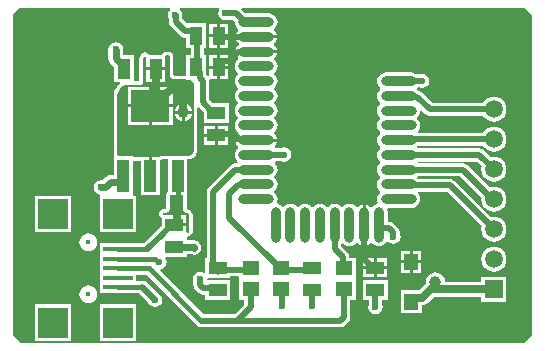
<source format=gtl>
G04*
G04 #@! TF.GenerationSoftware,Altium Limited,Altium Designer,21.0.9 (235)*
G04*
G04 Layer_Physical_Order=1*
G04 Layer_Color=255*
%FSLAX25Y25*%
%MOIN*%
G70*
G04*
G04 #@! TF.SameCoordinates,28F69A72-3BD6-4D5A-B4D2-E5632D31EE07*
G04*
G04*
G04 #@! TF.FilePolarity,Positive*
G04*
G01*
G75*
%ADD14O,0.11811X0.03347*%
%ADD15O,0.03347X0.11811*%
%ADD16R,0.03937X0.10630*%
%ADD17R,0.12992X0.10630*%
%ADD18R,0.04331X0.06693*%
%ADD19R,0.09843X0.01772*%
%ADD20R,0.09843X0.09843*%
%ADD21R,0.05512X0.04724*%
%ADD22R,0.05906X0.04331*%
%ADD23R,0.04331X0.05906*%
%ADD24R,0.04724X0.05315*%
%ADD41C,0.01772*%
%ADD42C,0.01968*%
%ADD43C,0.00000*%
%ADD44C,0.02362*%
%ADD45C,0.02756*%
%ADD46C,0.01772*%
%ADD47C,0.05906*%
%ADD48R,0.05906X0.05906*%
%ADD49C,0.02362*%
%ADD50C,0.03937*%
G36*
X256786Y210790D02*
Y104419D01*
X254081Y101714D01*
X86210D01*
X83714Y104210D01*
Y211290D01*
X85710Y213286D01*
X136013D01*
X136165Y212786D01*
X136041Y212703D01*
X135519Y211922D01*
X135336Y211000D01*
X135519Y210078D01*
X135687Y209827D01*
Y208721D01*
X135855Y207876D01*
X136334Y207160D01*
X139448Y204045D01*
X140164Y203567D01*
X141009Y203399D01*
X141413D01*
Y199866D01*
X142946D01*
Y197634D01*
X141413D01*
Y190704D01*
X137559D01*
X137503Y190710D01*
X137349Y190774D01*
X137274Y190849D01*
X137210Y191003D01*
X137204Y191059D01*
Y197099D01*
X137113Y197560D01*
X137113Y197560D01*
X137113Y197560D01*
X137036Y197744D01*
X136932Y197901D01*
X136775Y198135D01*
X136635Y198275D01*
X136425Y198416D01*
X136244Y198536D01*
X136060Y198613D01*
X136060Y198613D01*
X136060Y198613D01*
X135850Y198654D01*
X135600Y198704D01*
X135600Y198704D01*
X135600Y198704D01*
X134917D01*
X134718Y198665D01*
X134517Y198636D01*
X134081Y198482D01*
X134052Y198466D01*
X134019Y198459D01*
X133851Y198346D01*
X133676Y198243D01*
X133656Y198216D01*
X133629Y198198D01*
X133516Y198029D01*
X133394Y197867D01*
X133386Y197835D01*
X133368Y197807D01*
X133328Y197608D01*
X133308Y197528D01*
X129184D01*
X129152Y197605D01*
X129067Y197690D01*
X129001Y197789D01*
X128903Y197854D01*
X128820Y197938D01*
X128321Y198272D01*
X128215Y198316D01*
X128119Y198381D01*
X128113Y198382D01*
X128110Y198383D01*
X127998Y198406D01*
X127887Y198452D01*
X127772Y198452D01*
X127658Y198475D01*
X127656Y198475D01*
X127653Y198475D01*
X127650Y198475D01*
X127534Y198452D01*
X127418Y198452D01*
X127312Y198409D01*
X127195Y198386D01*
X127192Y198384D01*
X127189Y198383D01*
X127088Y198316D01*
X126983Y198273D01*
X126905Y198195D01*
X126803Y198127D01*
X126801Y198124D01*
X126798Y198123D01*
X126377Y197701D01*
X126116Y197310D01*
X125887Y196759D01*
X125796Y196298D01*
Y188911D01*
X124031D01*
Y197528D01*
X120296D01*
Y198935D01*
X120408Y199500D01*
X120225Y200422D01*
X119703Y201203D01*
X118922Y201725D01*
X118000Y201908D01*
X117078Y201725D01*
X116297Y201203D01*
X115775Y200422D01*
X115761Y200349D01*
X115663Y200203D01*
X115479Y199281D01*
Y196515D01*
X115663Y195594D01*
X116185Y194812D01*
X117338Y193659D01*
X117339Y193659D01*
Y188472D01*
X119220D01*
X119372Y187972D01*
X119206Y187862D01*
X119122Y187778D01*
X119024Y187712D01*
X118495Y187184D01*
X118429Y187085D01*
X118345Y187001D01*
X117930Y186380D01*
X117885Y186270D01*
X117819Y186172D01*
X117533Y185481D01*
X117510Y185365D01*
X117465Y185256D01*
X117319Y184523D01*
Y184404D01*
X117296Y184288D01*
Y183914D01*
Y164702D01*
X117359Y164382D01*
X117295Y163882D01*
X117295D01*
Y157725D01*
X116317D01*
X115395Y157542D01*
X114614Y157020D01*
X113502Y155909D01*
X113000D01*
X112078Y155725D01*
X111297Y155203D01*
X110775Y154422D01*
X110591Y153500D01*
X110775Y152578D01*
X111297Y151797D01*
X112078Y151275D01*
X112459Y151199D01*
X112587Y150752D01*
X112587Y150664D01*
Y138547D01*
X124791D01*
Y150752D01*
X124037D01*
X123594Y150890D01*
X123594Y151252D01*
Y162296D01*
X126350D01*
Y150890D01*
X132650D01*
Y162533D01*
X132651Y162533D01*
X132836Y162554D01*
X132880Y162578D01*
X132929Y162588D01*
X133084Y162692D01*
X133247Y162782D01*
X133263Y162796D01*
X135406D01*
Y152094D01*
X135149Y151922D01*
X134887Y151532D01*
X134796Y151071D01*
Y146559D01*
X134790Y146503D01*
X134726Y146349D01*
X134651Y146274D01*
X134497Y146210D01*
X134441Y146204D01*
X134202D01*
X133741Y146113D01*
X133189Y145884D01*
X132799Y145623D01*
X132779Y145604D01*
X132518Y145213D01*
X132476Y145003D01*
X132426Y144752D01*
X132518Y144291D01*
X132725Y143791D01*
X132986Y143400D01*
X133366Y143147D01*
Y140775D01*
X132089Y139498D01*
X132089Y139498D01*
X127498Y134907D01*
X118689D01*
X118485Y134866D01*
X112587D01*
Y130732D01*
Y127583D01*
Y124433D01*
Y121283D01*
Y118134D01*
X118485D01*
X118689Y118093D01*
X125784D01*
X128769Y115109D01*
X128775Y115078D01*
X129297Y114297D01*
X130078Y113775D01*
X131000Y113592D01*
X131922Y113775D01*
X132703Y114297D01*
X133225Y115078D01*
X133408Y116000D01*
X133225Y116922D01*
X132703Y117703D01*
X131922Y118225D01*
X131891Y118231D01*
X128360Y121762D01*
X127644Y122240D01*
X126799Y122409D01*
X126295Y122308D01*
X124791D01*
Y124393D01*
X128127D01*
X144653Y107867D01*
X144939Y107439D01*
X145655Y106960D01*
X146500Y106792D01*
X192847D01*
X193692Y106960D01*
X194408Y107439D01*
X195561Y108592D01*
X196040Y109308D01*
X196208Y110153D01*
Y115913D01*
X197937D01*
Y122500D01*
X197937Y123000D01*
X197937D01*
Y123000D01*
X197937D01*
Y130087D01*
X195817D01*
Y130205D01*
X195649Y131050D01*
X195171Y131766D01*
X193168Y133769D01*
Y134664D01*
X193627Y134830D01*
X193671D01*
X193846Y134602D01*
X194442Y134145D01*
X195137Y133857D01*
X195882Y133759D01*
X196627Y133857D01*
X197321Y134145D01*
X197918Y134602D01*
X198142Y134894D01*
X198772D01*
X198897Y134731D01*
X199455Y134303D01*
X200105Y134033D01*
X200303Y134007D01*
Y140870D01*
Y147733D01*
X200105Y147707D01*
X199455Y147437D01*
X198897Y147009D01*
X198772Y146846D01*
X198142D01*
X197918Y147138D01*
X197321Y147596D01*
X196627Y147883D01*
X195882Y147981D01*
X195137Y147883D01*
X194442Y147596D01*
X193846Y147138D01*
X193671Y146910D01*
X193171D01*
X192996Y147138D01*
X192400Y147596D01*
X191706Y147883D01*
X190961Y147981D01*
X190216Y147883D01*
X189521Y147596D01*
X188925Y147138D01*
X188750Y146910D01*
X188250D01*
X188075Y147138D01*
X187479Y147596D01*
X186785Y147883D01*
X186039Y147981D01*
X185294Y147883D01*
X184600Y147596D01*
X184004Y147138D01*
X183829Y146910D01*
X183329D01*
X183154Y147138D01*
X182558Y147596D01*
X181863Y147883D01*
X181118Y147981D01*
X180373Y147883D01*
X179679Y147596D01*
X179082Y147138D01*
X178908Y146910D01*
X178408D01*
X178233Y147138D01*
X177636Y147596D01*
X176942Y147883D01*
X176197Y147981D01*
X175452Y147883D01*
X174757Y147596D01*
X174161Y147138D01*
X173986Y146910D01*
X173486D01*
X173311Y147138D01*
X172715Y147596D01*
X172021Y147883D01*
X171958Y147891D01*
X171648Y148437D01*
X171793Y148786D01*
X171891Y149531D01*
X171793Y150277D01*
X171505Y150971D01*
X171047Y151567D01*
X170820Y151742D01*
Y152242D01*
X171047Y152417D01*
X171505Y153013D01*
X171793Y153708D01*
X171891Y154453D01*
X171793Y155198D01*
X171505Y155892D01*
X171047Y156489D01*
X170820Y156663D01*
Y157163D01*
X171047Y157338D01*
X171505Y157934D01*
X171793Y158629D01*
X171891Y159374D01*
X171793Y160119D01*
X171505Y160813D01*
X171047Y161410D01*
X171075Y161995D01*
X171276Y162190D01*
X173155D01*
X173181Y162172D01*
X174102Y161989D01*
X175024Y162172D01*
X175805Y162695D01*
X176328Y163476D01*
X176511Y164398D01*
X176328Y165319D01*
X175805Y166101D01*
X175024Y166623D01*
X174102Y166806D01*
X173181Y166623D01*
X173155Y166605D01*
X171117D01*
X170986Y166769D01*
X170918Y167310D01*
X171347Y167868D01*
X171616Y168519D01*
X171642Y168717D01*
X157917D01*
X157943Y168519D01*
X158212Y167868D01*
X158641Y167310D01*
X158803Y167185D01*
Y166555D01*
X158511Y166331D01*
X158054Y165735D01*
X157766Y165040D01*
X157668Y164295D01*
X157766Y163550D01*
X158054Y162856D01*
X158511Y162259D01*
X158739Y162085D01*
Y162041D01*
X158573Y161582D01*
X157874D01*
X157029Y161414D01*
X156313Y160935D01*
X148939Y153561D01*
X148460Y152845D01*
X148292Y152000D01*
Y130087D01*
X147814D01*
Y125231D01*
X147314Y124963D01*
X146922Y125225D01*
X146000Y125408D01*
X145078Y125225D01*
X144297Y124703D01*
X143775Y123922D01*
X143591Y123000D01*
X143775Y122078D01*
X143792Y122052D01*
Y120950D01*
X143960Y120105D01*
X144439Y119389D01*
X145592Y118236D01*
X146308Y117757D01*
X147153Y117589D01*
X147814D01*
Y115913D01*
X156081D01*
Y122606D01*
X148724D01*
X148407Y122993D01*
X148408Y123000D01*
X148407Y123007D01*
X148724Y123394D01*
X150958D01*
X151103Y123297D01*
X151947Y123129D01*
X152792Y123297D01*
X152937Y123394D01*
X156081D01*
Y123836D01*
X158709D01*
X159063Y123482D01*
X159063Y123000D01*
X159063D01*
Y123000D01*
X159063D01*
Y115913D01*
X160792D01*
Y114415D01*
X157586Y111208D01*
X147273D01*
X132833Y125648D01*
X132997Y126190D01*
X133422Y126275D01*
X134203Y126797D01*
X134725Y127578D01*
X134908Y128500D01*
X134725Y129422D01*
X134499Y129760D01*
X134766Y130260D01*
X141634D01*
Y131091D01*
X143434D01*
X144140Y130951D01*
X145062Y131134D01*
X145844Y131657D01*
X146366Y132438D01*
X146549Y133360D01*
X146366Y134281D01*
X145844Y135063D01*
X145703Y135203D01*
X144922Y135725D01*
X144000Y135908D01*
X141634D01*
Y136672D01*
X141652Y136730D01*
X141834Y136970D01*
X142058Y137137D01*
X142084Y137134D01*
X142246Y137186D01*
X142414Y137219D01*
X142469Y137256D01*
X142532Y137276D01*
X142663Y137385D01*
X142804Y137480D01*
X143123Y137799D01*
X143384Y138189D01*
X143613Y138741D01*
X143704Y139202D01*
Y144199D01*
X143613Y144660D01*
X143460Y145027D01*
X143199Y145418D01*
X142918Y145699D01*
X142674Y145862D01*
X142527Y145960D01*
X142160Y146113D01*
X141704Y146203D01*
Y150890D01*
X141705D01*
Y162796D01*
X142398D01*
X142859Y162887D01*
X143594Y163192D01*
X143984Y163453D01*
X144547Y164016D01*
X144703Y164250D01*
X144808Y164406D01*
X145113Y165141D01*
X145204Y165602D01*
Y179919D01*
X145704Y180126D01*
X147366Y178464D01*
Y174894D01*
X155634D01*
Y181587D01*
X150488D01*
X149208Y182867D01*
Y189000D01*
X149176Y189161D01*
X149493Y189547D01*
X151740D01*
Y193000D01*
X149075D01*
Y190692D01*
X148575Y190541D01*
X148561Y190561D01*
X148149Y190973D01*
Y192032D01*
X148106Y192245D01*
Y197634D01*
X147361D01*
Y199866D01*
X148106D01*
Y208134D01*
X141604D01*
X140103Y209635D01*
Y210748D01*
X140153Y211000D01*
X139969Y211922D01*
X139447Y212703D01*
X139323Y212786D01*
X139475Y213286D01*
X152251D01*
X152518Y212786D01*
X152275Y212422D01*
X152092Y211500D01*
X152275Y210578D01*
X152797Y209797D01*
X153578Y209275D01*
X154500Y209091D01*
X155422Y209275D01*
X155448Y209292D01*
X157086D01*
X157683Y208695D01*
X157668Y208587D01*
X157766Y207841D01*
X158054Y207147D01*
X158511Y206551D01*
X158803Y206327D01*
Y205697D01*
X158641Y205572D01*
X158212Y205013D01*
X157943Y204363D01*
X157917Y204165D01*
X171642D01*
X171616Y204363D01*
X171347Y205013D01*
X170918Y205572D01*
X170756Y205697D01*
Y206327D01*
X171047Y206551D01*
X171505Y207147D01*
X171793Y207841D01*
X171891Y208587D01*
X171793Y209332D01*
X171505Y210026D01*
X171047Y210622D01*
X170451Y211080D01*
X169757Y211368D01*
X169012Y211466D01*
X161157D01*
X159836Y212786D01*
X160043Y213286D01*
X254290D01*
X256786Y210790D01*
D02*
G37*
G36*
X135783Y197424D02*
X135924Y197283D01*
X136000Y197099D01*
Y191000D01*
X136029Y190707D01*
X136253Y190167D01*
X136667Y189753D01*
X137207Y189529D01*
X137500Y189500D01*
X141413D01*
Y189366D01*
X142721D01*
X143133Y189196D01*
X143695Y188633D01*
X144000Y187898D01*
Y187500D01*
Y166000D01*
Y165602D01*
X143695Y164867D01*
X143133Y164304D01*
X142398Y164000D01*
X133000D01*
X132902Y163990D01*
X132722Y163916D01*
X132468Y163701D01*
X130000D01*
Y157386D01*
X129000D01*
Y163701D01*
X126532D01*
Y163500D01*
X123594D01*
Y163882D01*
X118997D01*
X118728Y164150D01*
X118500Y164702D01*
Y183914D01*
Y184288D01*
X118646Y185021D01*
X118932Y185711D01*
X119347Y186332D01*
X119875Y186860D01*
X120496Y187275D01*
X121186Y187561D01*
X121919Y187707D01*
X126207D01*
X126362Y187722D01*
X126648Y187841D01*
X126866Y188059D01*
X126985Y188345D01*
X127000Y188500D01*
Y196298D01*
X127228Y196850D01*
X127650Y197271D01*
X127651Y197271D01*
X128150Y196937D01*
Y193500D01*
X131315D01*
X134480D01*
Y197000D01*
X134480Y197346D01*
X134917Y197500D01*
X135600D01*
X135783Y197424D01*
D02*
G37*
G36*
X139055Y151071D02*
X140500D01*
Y146000D01*
X140519Y145805D01*
X140668Y145444D01*
X140944Y145168D01*
X141305Y145019D01*
X141500Y145000D01*
X141699D01*
X142067Y144848D01*
X142348Y144567D01*
X142500Y144199D01*
Y139202D01*
X142272Y138650D01*
X141953Y138331D01*
X141496Y138464D01*
X141453Y138494D01*
Y140587D01*
X137500D01*
Y141087D01*
X137000D01*
Y144252D01*
X133838D01*
X133631Y144752D01*
X133650Y144772D01*
X134202Y145000D01*
X134500D01*
X134793Y145029D01*
X135333Y145253D01*
X135747Y145667D01*
X135971Y146207D01*
X136000Y146500D01*
Y151071D01*
X138055D01*
Y157386D01*
X139055D01*
Y151071D01*
D02*
G37*
%LPC*%
G36*
X155405Y207953D02*
X152740D01*
Y204500D01*
X155405D01*
Y207953D01*
D02*
G37*
G36*
X151740D02*
X149075D01*
Y204500D01*
X151740D01*
Y207953D01*
D02*
G37*
G36*
X155405Y203500D02*
X152740D01*
Y200047D01*
X155405D01*
Y203500D01*
D02*
G37*
G36*
X151740D02*
X149075D01*
Y200047D01*
X151740D01*
Y203500D01*
D02*
G37*
G36*
X171642Y203165D02*
X157917D01*
X157943Y202968D01*
X158212Y202317D01*
X158641Y201759D01*
X158972Y201505D01*
X158980Y201490D01*
Y200920D01*
X158972Y200905D01*
X158641Y200651D01*
X158212Y200092D01*
X157943Y199442D01*
X157917Y199244D01*
X171642D01*
X171616Y199442D01*
X171347Y200092D01*
X170918Y200651D01*
X170588Y200905D01*
X170579Y200920D01*
Y201490D01*
X170588Y201505D01*
X170918Y201759D01*
X171347Y202317D01*
X171616Y202968D01*
X171642Y203165D01*
D02*
G37*
G36*
X155405Y197453D02*
X152740D01*
Y194000D01*
X155405D01*
Y197453D01*
D02*
G37*
G36*
X151740D02*
X149075D01*
Y194000D01*
X151740D01*
Y197453D01*
D02*
G37*
G36*
X155405Y193000D02*
X152740D01*
Y189547D01*
X155405D01*
Y193000D01*
D02*
G37*
G36*
X216453Y191780D02*
X207988D01*
X207243Y191682D01*
X206549Y191395D01*
X205953Y190937D01*
X205495Y190341D01*
X205207Y189647D01*
X205109Y188902D01*
X205207Y188156D01*
X205495Y187462D01*
X205953Y186866D01*
X206180Y186691D01*
Y186191D01*
X205953Y186016D01*
X205495Y185420D01*
X205207Y184725D01*
X205109Y183980D01*
X205207Y183235D01*
X205495Y182541D01*
X205953Y181945D01*
X206180Y181770D01*
Y181270D01*
X205953Y181095D01*
X205495Y180499D01*
X205207Y179804D01*
X205109Y179059D01*
X205207Y178314D01*
X205495Y177620D01*
X205953Y177023D01*
X206180Y176848D01*
Y176348D01*
X205953Y176173D01*
X205495Y175577D01*
X205207Y174883D01*
X205109Y174138D01*
X205207Y173393D01*
X205495Y172698D01*
X205953Y172102D01*
X206180Y171927D01*
Y171427D01*
X205953Y171252D01*
X205495Y170656D01*
X205207Y169962D01*
X205109Y169217D01*
X205207Y168471D01*
X205495Y167777D01*
X205953Y167181D01*
X206180Y167006D01*
Y166506D01*
X205953Y166331D01*
X205495Y165735D01*
X205207Y165040D01*
X205109Y164295D01*
X205207Y163550D01*
X205495Y162856D01*
X205953Y162259D01*
X206180Y162085D01*
Y161585D01*
X205953Y161410D01*
X205495Y160813D01*
X205207Y160119D01*
X205109Y159374D01*
X205207Y158629D01*
X205495Y157934D01*
X205953Y157338D01*
X206180Y157163D01*
Y156663D01*
X205953Y156489D01*
X205495Y155892D01*
X205207Y155198D01*
X205109Y154453D01*
X205207Y153708D01*
X205495Y153013D01*
X205953Y152417D01*
X206180Y152242D01*
Y151742D01*
X205953Y151567D01*
X205495Y150971D01*
X205207Y150277D01*
X205109Y149531D01*
X205207Y148786D01*
X205352Y148437D01*
X205042Y147891D01*
X204979Y147883D01*
X204285Y147596D01*
X203689Y147138D01*
X203465Y146846D01*
X202835D01*
X202710Y147009D01*
X202151Y147437D01*
X201501Y147707D01*
X201303Y147733D01*
Y140870D01*
Y134007D01*
X201501Y134033D01*
X202151Y134303D01*
X202710Y134731D01*
X202835Y134894D01*
X203465D01*
X203689Y134602D01*
X204285Y134145D01*
X204979Y133857D01*
X205724Y133759D01*
X206469Y133857D01*
X207164Y134145D01*
X207760Y134602D01*
X208218Y135198D01*
X208262Y135304D01*
X208759Y135353D01*
X208797Y135297D01*
X209578Y134775D01*
X210500Y134591D01*
X211422Y134775D01*
X212203Y135297D01*
X212725Y136078D01*
X212909Y137000D01*
X212725Y137922D01*
X212708Y137948D01*
Y138500D01*
X212540Y139345D01*
X212061Y140061D01*
X210758Y141364D01*
X210042Y141842D01*
X209197Y142010D01*
X208603D01*
Y145102D01*
X208505Y145847D01*
X208379Y146152D01*
X208713Y146652D01*
X216453D01*
X217198Y146751D01*
X217892Y147038D01*
X218489Y147496D01*
X218946Y148092D01*
X219234Y148786D01*
X219332Y149531D01*
X219234Y150277D01*
X218946Y150971D01*
X218554Y151481D01*
X218695Y151981D01*
X228396D01*
X239952Y140425D01*
X239830Y139500D01*
X239973Y138421D01*
X240389Y137415D01*
X241052Y136552D01*
X241915Y135889D01*
X242921Y135473D01*
X244000Y135330D01*
X245079Y135473D01*
X246085Y135889D01*
X246948Y136552D01*
X247611Y137415D01*
X248027Y138421D01*
X248169Y139500D01*
X248027Y140579D01*
X247611Y141585D01*
X246948Y142448D01*
X246085Y143111D01*
X245079Y143527D01*
X244000Y143669D01*
X243075Y143548D01*
X230872Y155750D01*
X230156Y156229D01*
X229311Y156397D01*
X218602D01*
X218363Y156692D01*
X218554Y157166D01*
X232712D01*
X239894Y149984D01*
X239830Y149500D01*
X239973Y148421D01*
X240389Y147415D01*
X241052Y146552D01*
X241915Y145889D01*
X242921Y145473D01*
X244000Y145331D01*
X245079Y145473D01*
X246085Y145889D01*
X246948Y146552D01*
X247611Y147415D01*
X248027Y148421D01*
X248169Y149500D01*
X248027Y150579D01*
X247611Y151585D01*
X246948Y152448D01*
X246085Y153111D01*
X245079Y153527D01*
X244000Y153670D01*
X242921Y153527D01*
X242690Y153432D01*
X235187Y160935D01*
X234471Y161414D01*
X233626Y161582D01*
X219006D01*
X218864Y161835D01*
X219006Y162088D01*
X238290D01*
X239952Y160425D01*
X239830Y159500D01*
X239973Y158421D01*
X240389Y157415D01*
X241052Y156552D01*
X241915Y155889D01*
X242921Y155473D01*
X244000Y155331D01*
X245079Y155473D01*
X246085Y155889D01*
X246948Y156552D01*
X247611Y157415D01*
X248027Y158421D01*
X248169Y159500D01*
X248027Y160579D01*
X247611Y161585D01*
X246948Y162448D01*
X246085Y163111D01*
X245079Y163527D01*
X244000Y163670D01*
X243075Y163548D01*
X240766Y165856D01*
X240050Y166335D01*
X239205Y166503D01*
X218487D01*
X218310Y166955D01*
X218447Y167123D01*
X218642Y167292D01*
X240483D01*
X241052Y166552D01*
X241915Y165889D01*
X242921Y165473D01*
X244000Y165331D01*
X245079Y165473D01*
X246085Y165889D01*
X246948Y166552D01*
X247611Y167415D01*
X248027Y168421D01*
X248169Y169500D01*
X248027Y170579D01*
X247611Y171585D01*
X246948Y172448D01*
X246085Y173111D01*
X245079Y173527D01*
X244000Y173670D01*
X242921Y173527D01*
X241915Y173111D01*
X241052Y172448D01*
X240483Y171708D01*
X218729D01*
X218570Y172208D01*
X218946Y172698D01*
X219234Y173393D01*
X219332Y174138D01*
X219234Y174883D01*
X218946Y175577D01*
X218489Y176173D01*
X218261Y176348D01*
Y176848D01*
X218489Y177023D01*
X218946Y177620D01*
X219234Y178314D01*
X219312Y178912D01*
X219787Y179145D01*
X220993Y177939D01*
X221709Y177460D01*
X222554Y177292D01*
X240483D01*
X241052Y176552D01*
X241915Y175889D01*
X242921Y175473D01*
X244000Y175330D01*
X245079Y175473D01*
X246085Y175889D01*
X246948Y176552D01*
X247611Y177415D01*
X248027Y178421D01*
X248169Y179500D01*
X248027Y180579D01*
X247611Y181585D01*
X246948Y182448D01*
X246085Y183111D01*
X245079Y183527D01*
X244000Y183669D01*
X242921Y183527D01*
X241915Y183111D01*
X241052Y182448D01*
X240483Y181708D01*
X223468D01*
X219930Y185246D01*
X219214Y185725D01*
X218622Y185843D01*
X218489Y186016D01*
X218520Y186600D01*
X218719Y186792D01*
X219052D01*
X219078Y186775D01*
X220000Y186591D01*
X220922Y186775D01*
X221703Y187297D01*
X222225Y188078D01*
X222409Y189000D01*
X222225Y189922D01*
X221703Y190703D01*
X220922Y191225D01*
X220000Y191409D01*
X219078Y191225D01*
X219052Y191208D01*
X218136D01*
X217892Y191395D01*
X217198Y191682D01*
X216453Y191780D01*
D02*
G37*
G36*
X155453Y173925D02*
X152000D01*
Y171260D01*
X155453D01*
Y173925D01*
D02*
G37*
G36*
X151000D02*
X147547D01*
Y171260D01*
X151000D01*
Y173925D01*
D02*
G37*
G36*
X171642Y198244D02*
X157917D01*
X157943Y198046D01*
X158212Y197396D01*
X158641Y196837D01*
X158803Y196713D01*
Y196082D01*
X158511Y195859D01*
X158054Y195262D01*
X157766Y194568D01*
X157668Y193823D01*
X157766Y193078D01*
X158054Y192383D01*
X158511Y191787D01*
X158739Y191612D01*
Y191112D01*
X158511Y190937D01*
X158054Y190341D01*
X157766Y189647D01*
X157668Y188902D01*
X157766Y188156D01*
X158054Y187462D01*
X158511Y186866D01*
X158739Y186691D01*
Y186191D01*
X158511Y186016D01*
X158054Y185420D01*
X157766Y184725D01*
X157668Y183980D01*
X157766Y183235D01*
X158054Y182541D01*
X158511Y181945D01*
X158739Y181770D01*
Y181270D01*
X158511Y181095D01*
X158054Y180499D01*
X157766Y179804D01*
X157668Y179059D01*
X157766Y178314D01*
X158054Y177620D01*
X158511Y177023D01*
X158739Y176848D01*
Y176348D01*
X158511Y176173D01*
X158054Y175577D01*
X157766Y174883D01*
X157668Y174138D01*
X157766Y173393D01*
X158054Y172698D01*
X158511Y172102D01*
X158803Y171878D01*
Y171248D01*
X158641Y171123D01*
X158212Y170565D01*
X157943Y169914D01*
X157917Y169717D01*
X171642D01*
X171616Y169914D01*
X171347Y170565D01*
X170918Y171123D01*
X170756Y171248D01*
Y171878D01*
X171047Y172102D01*
X171505Y172698D01*
X171793Y173393D01*
X171891Y174138D01*
X171793Y174883D01*
X171505Y175577D01*
X171047Y176173D01*
X170820Y176348D01*
Y176848D01*
X171047Y177023D01*
X171505Y177620D01*
X171793Y178314D01*
X171891Y179059D01*
X171793Y179804D01*
X171505Y180499D01*
X171047Y181095D01*
X170820Y181270D01*
Y181770D01*
X171047Y181945D01*
X171505Y182541D01*
X171793Y183235D01*
X171891Y183980D01*
X171793Y184725D01*
X171505Y185420D01*
X171047Y186016D01*
X170820Y186191D01*
Y186691D01*
X171047Y186866D01*
X171505Y187462D01*
X171793Y188156D01*
X171891Y188902D01*
X171793Y189647D01*
X171505Y190341D01*
X171047Y190937D01*
X170820Y191112D01*
Y191612D01*
X171047Y191787D01*
X171505Y192383D01*
X171793Y193078D01*
X171891Y193823D01*
X171793Y194568D01*
X171505Y195262D01*
X171047Y195859D01*
X170756Y196082D01*
Y196713D01*
X170918Y196837D01*
X171347Y197396D01*
X171616Y198046D01*
X171642Y198244D01*
D02*
G37*
G36*
X155453Y170260D02*
X152000D01*
Y167595D01*
X155453D01*
Y170260D01*
D02*
G37*
G36*
X151000D02*
X147547D01*
Y167595D01*
X151000D01*
Y170260D01*
D02*
G37*
G36*
X103217Y150752D02*
X91012D01*
Y138547D01*
X103217D01*
Y150752D01*
D02*
G37*
G36*
X108807Y138140D02*
X108036Y138038D01*
X107318Y137741D01*
X106701Y137267D01*
X106228Y136651D01*
X105930Y135932D01*
X105829Y135161D01*
X105930Y134391D01*
X106228Y133672D01*
X106701Y133055D01*
X107318Y132582D01*
X108036Y132285D01*
X108807Y132183D01*
X109578Y132285D01*
X110296Y132582D01*
X110913Y133055D01*
X111386Y133672D01*
X111684Y134391D01*
X111785Y135161D01*
X111684Y135932D01*
X111386Y136651D01*
X110913Y137267D01*
X110296Y137741D01*
X109578Y138038D01*
X108807Y138140D01*
D02*
G37*
G36*
X219862Y132252D02*
X217000D01*
Y129095D01*
X219862D01*
Y132252D01*
D02*
G37*
G36*
X216000D02*
X213138D01*
Y129095D01*
X216000D01*
Y132252D01*
D02*
G37*
G36*
X208453Y129905D02*
X205000D01*
Y127240D01*
X208453D01*
Y129905D01*
D02*
G37*
G36*
X204000D02*
X200547D01*
Y127240D01*
X204000D01*
Y129905D01*
D02*
G37*
G36*
X244000Y133669D02*
X242921Y133527D01*
X241915Y133111D01*
X241052Y132448D01*
X240389Y131585D01*
X239973Y130579D01*
X239830Y129500D01*
X239973Y128421D01*
X240389Y127415D01*
X241052Y126552D01*
X241915Y125889D01*
X242921Y125473D01*
X244000Y125330D01*
X245079Y125473D01*
X246085Y125889D01*
X246948Y126552D01*
X247611Y127415D01*
X248027Y128421D01*
X248169Y129500D01*
X248027Y130579D01*
X247611Y131585D01*
X246948Y132448D01*
X246085Y133111D01*
X245079Y133527D01*
X244000Y133669D01*
D02*
G37*
G36*
X219862Y128094D02*
X217000D01*
Y124937D01*
X219862D01*
Y128094D01*
D02*
G37*
G36*
X216000D02*
X213138D01*
Y124937D01*
X216000D01*
Y128094D01*
D02*
G37*
G36*
X208453Y126240D02*
X205000D01*
Y123575D01*
X208453D01*
Y126240D01*
D02*
G37*
G36*
X204000D02*
X200547D01*
Y123575D01*
X204000D01*
Y126240D01*
D02*
G37*
G36*
X224500Y125177D02*
X223678Y125068D01*
X222912Y124751D01*
X222254Y124246D01*
X221749Y123588D01*
X221431Y122822D01*
X221323Y122000D01*
X221390Y121491D01*
X221175Y121325D01*
X219116Y119266D01*
X217484D01*
X217317Y119244D01*
X212957D01*
Y111567D01*
X220043D01*
Y114104D01*
X220185D01*
X220853Y114192D01*
X221476Y114450D01*
X222010Y114860D01*
X224069Y116919D01*
X239866D01*
Y115366D01*
X248134D01*
Y123634D01*
X239866D01*
Y122081D01*
X227666D01*
X227569Y122822D01*
X227251Y123588D01*
X226746Y124246D01*
X226088Y124751D01*
X225322Y125068D01*
X224500Y125177D01*
D02*
G37*
G36*
X108807Y120817D02*
X108036Y120715D01*
X107318Y120418D01*
X106701Y119945D01*
X106228Y119328D01*
X105930Y118609D01*
X105829Y117839D01*
X105930Y117068D01*
X106228Y116349D01*
X106701Y115733D01*
X107318Y115259D01*
X108036Y114962D01*
X108807Y114860D01*
X109578Y114962D01*
X110296Y115259D01*
X110913Y115733D01*
X111386Y116349D01*
X111684Y117068D01*
X111785Y117839D01*
X111684Y118609D01*
X111386Y119328D01*
X110913Y119945D01*
X110296Y120418D01*
X109578Y120715D01*
X108807Y120817D01*
D02*
G37*
G36*
X208634Y122606D02*
X200366D01*
Y115913D01*
X202292D01*
Y114448D01*
X202275Y114422D01*
X202092Y113500D01*
X202275Y112578D01*
X202797Y111797D01*
X203578Y111275D01*
X204500Y111091D01*
X205422Y111275D01*
X206203Y111797D01*
X206725Y112578D01*
X206908Y113500D01*
X206725Y114422D01*
X206708Y114448D01*
Y115913D01*
X208634D01*
Y122606D01*
D02*
G37*
G36*
X124791Y114453D02*
X112587D01*
Y102248D01*
X124791D01*
Y114453D01*
D02*
G37*
G36*
X103217D02*
X91012D01*
Y102248D01*
X103217D01*
Y114453D01*
D02*
G37*
G36*
X134480Y192500D02*
X131815D01*
Y188654D01*
X134480D01*
Y192500D01*
D02*
G37*
G36*
X130815D02*
X128150D01*
Y188654D01*
X130815D01*
Y192500D01*
D02*
G37*
G36*
X136996Y186929D02*
X130000D01*
Y181114D01*
X136996D01*
Y186929D01*
D02*
G37*
G36*
X129000D02*
X122004D01*
Y181114D01*
X129000D01*
Y186929D01*
D02*
G37*
G36*
X141000Y181428D02*
Y179000D01*
X143428D01*
X143392Y179275D01*
X143093Y179997D01*
X142617Y180617D01*
X141997Y181093D01*
X141275Y181392D01*
X141000Y181428D01*
D02*
G37*
G36*
X140000D02*
X139725Y181392D01*
X139003Y181093D01*
X138383Y180617D01*
X137907Y179997D01*
X137608Y179275D01*
X137572Y179000D01*
X140000D01*
Y181428D01*
D02*
G37*
G36*
X143428Y178000D02*
X141000D01*
Y175572D01*
X141275Y175608D01*
X141997Y175907D01*
X142617Y176383D01*
X143093Y177003D01*
X143392Y177725D01*
X143428Y178000D01*
D02*
G37*
G36*
X140000D02*
X137572D01*
X137608Y177725D01*
X137907Y177003D01*
X138383Y176383D01*
X139003Y175907D01*
X139725Y175608D01*
X140000Y175572D01*
Y178000D01*
D02*
G37*
G36*
X136996Y180114D02*
X130000D01*
Y174299D01*
X136996D01*
Y180114D01*
D02*
G37*
G36*
X129000D02*
X122004D01*
Y174299D01*
X129000D01*
Y180114D01*
D02*
G37*
G36*
X141453Y144252D02*
X138000D01*
Y141587D01*
X141453D01*
Y144252D01*
D02*
G37*
%LPD*%
D14*
X212221Y188902D02*
D03*
Y183980D02*
D03*
Y179059D02*
D03*
Y174138D02*
D03*
Y169217D02*
D03*
Y164295D02*
D03*
Y159374D02*
D03*
Y154453D02*
D03*
Y149531D02*
D03*
X164779D02*
D03*
Y154453D02*
D03*
Y159374D02*
D03*
Y164295D02*
D03*
Y169217D02*
D03*
Y174138D02*
D03*
Y179059D02*
D03*
Y183980D02*
D03*
Y188902D02*
D03*
Y193823D02*
D03*
Y198744D02*
D03*
Y203665D02*
D03*
Y208587D02*
D03*
D15*
X205724Y140870D02*
D03*
X200803D02*
D03*
X195882D02*
D03*
X190961D02*
D03*
X186039D02*
D03*
X181118D02*
D03*
X176197D02*
D03*
X171276D02*
D03*
D16*
X120445Y157386D02*
D03*
X129500D02*
D03*
X138555D02*
D03*
D17*
X129500Y180614D02*
D03*
D18*
X131315Y193000D02*
D03*
X120685D02*
D03*
D19*
X118689Y132799D02*
D03*
Y129650D02*
D03*
Y126500D02*
D03*
Y123350D02*
D03*
Y120201D02*
D03*
D20*
Y144650D02*
D03*
Y108350D02*
D03*
X97114Y144650D02*
D03*
Y108350D02*
D03*
D21*
X163000Y126543D02*
D03*
Y119457D02*
D03*
X194000D02*
D03*
Y126543D02*
D03*
X173000D02*
D03*
Y119457D02*
D03*
D22*
X151500Y178240D02*
D03*
Y170760D02*
D03*
X137500Y133606D02*
D03*
Y141087D02*
D03*
X204500Y119260D02*
D03*
Y126740D02*
D03*
X151947Y119260D02*
D03*
Y126740D02*
D03*
X183500Y119260D02*
D03*
Y126740D02*
D03*
D23*
X144760Y193500D02*
D03*
X152240D02*
D03*
X144760Y204000D02*
D03*
X152240D02*
D03*
D24*
X216500Y128595D02*
D03*
Y115405D02*
D03*
D41*
X137819Y141625D02*
X138358Y142180D01*
X138555Y142929D01*
X137031Y141405D02*
X137819Y141625D01*
X129500Y157386D02*
Y161000D01*
X131315Y182429D02*
X132496D01*
X129500Y180614D02*
X131315Y182429D01*
X216500Y115701D02*
X217484Y116685D01*
X216500Y115405D02*
Y115701D01*
X138555Y142929D02*
Y157386D01*
X118689Y129650D02*
X131191D01*
X132340Y128500D01*
X118689Y126500D02*
X129000D01*
X146500Y109000D01*
X132340Y128500D02*
X132500D01*
X118689Y132799D02*
X128513D01*
X118689Y120201D02*
X126799D01*
D42*
X160913Y208587D02*
X164779D01*
X158000Y211500D02*
X160913Y208587D01*
X154500Y211500D02*
X158000D01*
X212122Y189000D02*
X220000D01*
X205724Y140439D02*
Y140870D01*
X212122Y189000D02*
X212221Y188902D01*
X211878Y189000D02*
X212122D01*
X212000Y189122D02*
X212122Y189000D01*
X164779Y164295D02*
X164882Y164398D01*
X174102D01*
X209197Y139803D02*
X210500Y138500D01*
X205724Y140439D02*
X206361Y139803D01*
X164779Y154453D02*
X164803Y154476D01*
X210500Y137000D02*
Y138500D01*
X206361Y139803D02*
X209197D01*
X211878Y189000D02*
X212000Y189122D01*
X135531Y139906D02*
X137031Y141405D01*
X147000Y181953D02*
Y189000D01*
Y181953D02*
X149531Y179421D01*
X146000Y190000D02*
X147000Y189000D01*
X146000Y190000D02*
Y190378D01*
X145941Y190437D02*
X146000Y190378D01*
X145941Y190437D02*
Y192032D01*
X145260Y192713D02*
X145941Y192032D01*
X218369Y183685D02*
X222554Y179500D01*
X244000D01*
X229311Y154189D02*
X244000Y139500D01*
X212484Y154189D02*
X229311D01*
X212221Y159374D02*
X233626D01*
X243500Y149500D02*
X244000D01*
X233626Y159374D02*
X243500Y149500D01*
X239205Y164295D02*
X244000Y159500D01*
X212221Y164295D02*
X239205D01*
X244000Y159500D02*
Y159500D01*
X212221Y169217D02*
X212484Y169480D01*
X217711Y169500D02*
X244000D01*
X212484Y169480D02*
X217691D01*
X217711Y169500D01*
X217691Y183717D02*
X217722Y183685D01*
X218369D01*
X133650Y137937D02*
X133650D01*
X135531Y139818D01*
Y139906D01*
X128513Y132799D02*
X133650Y137937D01*
X146000Y120950D02*
Y123000D01*
X147153Y119797D02*
X150794D01*
X146000Y120950D02*
X147153Y119797D01*
X131000Y116000D02*
X131000D01*
X126799Y120201D02*
X131000Y116000D01*
X183500Y114000D02*
Y119153D01*
X152181Y203665D02*
X164779D01*
X151847Y204000D02*
X152181Y203665D01*
X119504Y195362D02*
X120685Y194181D01*
X119041Y195362D02*
X119504D01*
X117888Y199281D02*
X118000Y199393D01*
X120685Y193000D02*
Y194181D01*
X118000Y199393D02*
Y199500D01*
X212221Y154453D02*
X212484Y154189D01*
X173500Y114000D02*
Y118457D01*
X173000Y118957D02*
X173500Y118457D01*
X204500Y113500D02*
Y119653D01*
X153421Y195452D02*
X155645D01*
X152740Y194771D02*
X153421Y195452D01*
X152740Y193970D02*
Y194771D01*
X158674Y198480D02*
X164516D01*
X155645Y195452D02*
X158674Y198480D01*
X164516D02*
X164779Y198744D01*
X149925Y179421D02*
X151500Y177847D01*
X149531Y179421D02*
X149925D01*
X145153Y195740D02*
X145500Y195394D01*
X146500Y109000D02*
X158500D01*
X150500Y126784D02*
Y152000D01*
X157874Y159374D01*
X150500Y126784D02*
X151947Y125337D01*
X171228Y127421D02*
X172606Y126043D01*
X155758Y143242D02*
Y151284D01*
Y143242D02*
X171228Y127772D01*
X172606Y126043D02*
X173000D01*
X171228Y127421D02*
Y127772D01*
X154893Y126043D02*
X163000D01*
X154893Y126043D02*
X154893D01*
X154893Y126043D01*
X200803Y129650D02*
Y140870D01*
Y129650D02*
X204106Y126347D01*
X204500D01*
X151500Y171153D02*
X157405D01*
X159079Y169480D01*
X164516D01*
X164779Y169217D01*
X172606Y126043D02*
X181232D01*
X192847Y109000D02*
X194000Y110153D01*
Y118957D01*
X158500Y109000D02*
X192847D01*
X158500D02*
X163000Y113500D01*
X145153Y195740D02*
Y204032D01*
X143579Y205606D02*
X145153Y204032D01*
X137895Y208721D02*
Y210849D01*
X141009Y205606D02*
X143579D01*
X137895Y208721D02*
X141009Y205606D01*
X181232Y126043D02*
X182819Y127630D01*
X184000D01*
X159278Y154157D02*
X159309Y154189D01*
X155758Y151284D02*
X158631Y154157D01*
X159278D01*
X159309Y154189D02*
X160717D01*
X163000Y113500D02*
Y118957D01*
X190961Y132854D02*
Y140870D01*
X193610Y126434D02*
X194000Y126043D01*
X193610Y126434D02*
Y130205D01*
X190961Y132854D02*
X193610Y130205D01*
X157874Y159374D02*
X164779D01*
X160717Y154189D02*
X160981Y154453D01*
X212221Y183980D02*
X212484Y183717D01*
X217691D01*
X243595Y129095D02*
X244000Y129500D01*
X137744Y211000D02*
X137895Y210849D01*
D43*
X129500Y161000D02*
Y180614D01*
D44*
X119658Y155317D02*
X120445Y156104D01*
X113000Y153500D02*
X114500D01*
X116317Y155317D01*
X119658D01*
X120445Y156104D02*
Y157386D01*
X137500Y133606D02*
X137606Y133500D01*
X144000D02*
X144140Y133360D01*
X137606Y133500D02*
X144000D01*
X117888Y196515D02*
X119041Y195362D01*
X117888Y196515D02*
Y199281D01*
D45*
X136567Y186500D02*
X140500Y182567D01*
X132496Y182429D02*
X136567Y186500D01*
X140500Y178500D02*
Y182567D01*
X223000Y119500D02*
X244000D01*
X217484Y116685D02*
X220185D01*
X223000Y119500D01*
X131315Y182429D02*
Y193000D01*
D46*
X108807Y135161D02*
D03*
Y117839D02*
D03*
D47*
X244000Y139500D02*
D03*
Y129500D02*
D03*
Y149500D02*
D03*
Y159500D02*
D03*
Y169500D02*
D03*
Y179500D02*
D03*
D48*
Y119500D02*
D03*
D49*
X220000Y189000D02*
D03*
X154500Y211500D02*
D03*
X174102Y164398D02*
D03*
X210500Y137000D02*
D03*
X113000Y153500D02*
D03*
X146000Y123000D02*
D03*
X132500Y128500D02*
D03*
X131000Y116000D02*
D03*
X183500Y114000D02*
D03*
X118000Y199500D02*
D03*
X173500Y114000D02*
D03*
X204500Y113500D02*
D03*
X144140Y133360D02*
D03*
X137744Y211000D02*
D03*
D50*
X140500Y178500D02*
D03*
X224500Y122000D02*
D03*
M02*

</source>
